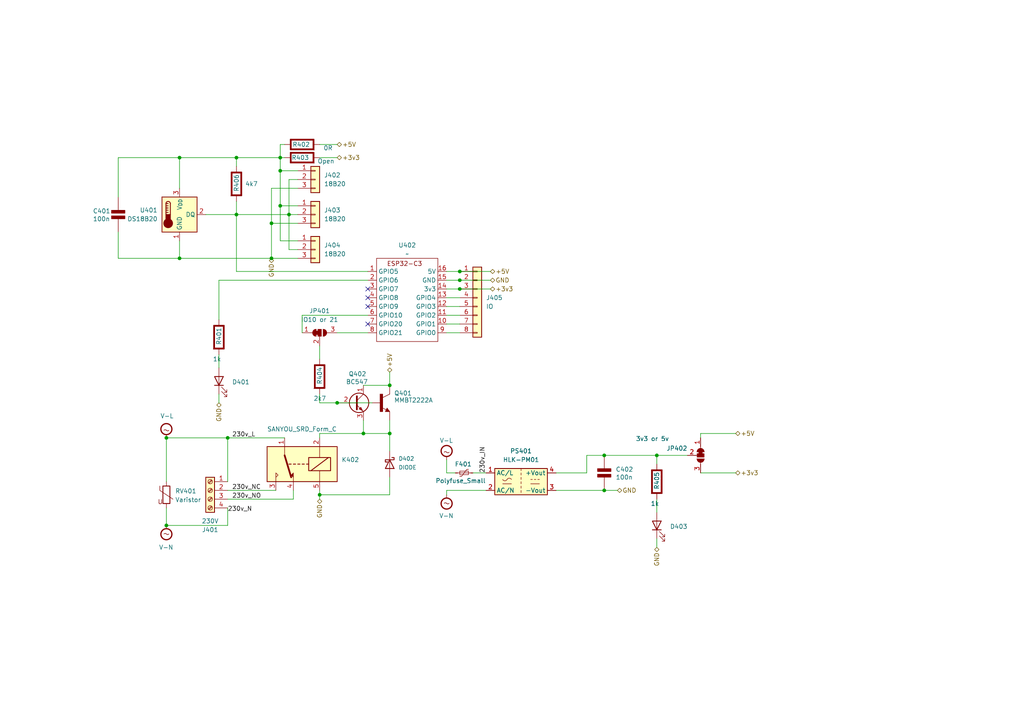
<source format=kicad_sch>
(kicad_sch (version 20231120) (generator "eeschema") (generator_version "8.0")
  (paper "A4")
  (lib_symbols
    (symbol "Connector:Screw_Terminal_01x04" (pin_names (offset 1.016) hide)
      (property "Reference" "J" (at 0 5.08 0))
      (property "Value" "Screw_Terminal_01x04" (at 0 -7.62 0))
      (symbol "Screw_Terminal_01x04_1_1"
        (rectangle (start -1.27 3.81) (end 1.27 -6.35) (stroke (width 0.254)) (fill (type background)))
        (circle (center 0 -5.08) (radius 0.635) (stroke (width 0.1524)))
        (circle (center 0 -2.54) (radius 0.635) (stroke (width 0.1524)))
        (polyline (pts (xy -0.5334 -4.7498) (xy 0.3302 -5.588)) (stroke (width 0.1524)))
        (polyline (pts (xy -0.5334 -2.2098) (xy 0.3302 -3.048)) (stroke (width 0.1524)))
        (polyline (pts (xy -0.5334 0.3302) (xy 0.3302 -0.508)) (stroke (width 0.1524)))
        (polyline (pts (xy -0.5334 2.8702) (xy 0.3302 2.032)) (stroke (width 0.1524)))
        (polyline (pts (xy -0.3556 -4.572) (xy 0.508 -5.4102)) (stroke (width 0.1524)))
        (polyline (pts (xy -0.3556 -2.032) (xy 0.508 -2.8702)) (stroke (width 0.1524)))
        (polyline (pts (xy -0.3556 0.508) (xy 0.508 -0.3302)) (stroke (width 0.1524)))
        (polyline (pts (xy -0.3556 3.048) (xy 0.508 2.2098)) (stroke (width 0.1524)))
        (circle (center 0 0) (radius 0.635) (stroke (width 0.1524)))
        (circle (center 0 2.54) (radius 0.635) (stroke (width 0.1524)))
        (pin passive line (at -5.08 2.54 0) (length 3.81) (name "Pin_1") (number "1"))
        (pin passive line (at -5.08 0 0) (length 3.81) (name "Pin_2") (number "2"))
        (pin passive line (at -5.08 -2.54 0) (length 3.81) (name "Pin_3") (number "3"))
        (pin passive line (at -5.08 -5.08 0) (length 3.81) (name "Pin_4") (number "4"))
      )
    )
    (symbol "Connector_Generic:Conn_01x08" (pin_names (offset 1.016) hide)
      (property "Reference" "J" (at 0 10.16 0))
      (property "Value" "Conn_01x08" (at 0 -12.7 0))
      (symbol "Conn_01x08_1_1"
        (rectangle (start -1.27 -10.033) (end 0 -10.287) (stroke (width 0.1524)))
        (rectangle (start -1.27 -7.493) (end 0 -7.747) (stroke (width 0.1524)))
        (rectangle (start -1.27 -4.953) (end 0 -5.207) (stroke (width 0.1524)))
        (rectangle (start -1.27 -2.413) (end 0 -2.667) (stroke (width 0.1524)))
        (rectangle (start -1.27 0.127) (end 0 -0.127) (stroke (width 0.1524)))
        (rectangle (start -1.27 2.667) (end 0 2.413) (stroke (width 0.1524)))
        (rectangle (start -1.27 5.207) (end 0 4.953) (stroke (width 0.1524)))
        (rectangle (start -1.27 7.747) (end 0 7.493) (stroke (width 0.1524)))
        (rectangle (start -1.27 8.89) (end 1.27 -11.43) (stroke (width 0.254)) (fill (type background)))
        (pin passive line (at -5.08 7.62 0) (length 3.81) (name "Pin_1") (number "1"))
        (pin passive line (at -5.08 5.08 0) (length 3.81) (name "Pin_2") (number "2"))
        (pin passive line (at -5.08 2.54 0) (length 3.81) (name "Pin_3") (number "3"))
        (pin passive line (at -5.08 0 0) (length 3.81) (name "Pin_4") (number "4"))
        (pin passive line (at -5.08 -2.54 0) (length 3.81) (name "Pin_5") (number "5"))
        (pin passive line (at -5.08 -5.08 0) (length 3.81) (name "Pin_6") (number "6"))
        (pin passive line (at -5.08 -7.62 0) (length 3.81) (name "Pin_7") (number "7"))
        (pin passive line (at -5.08 -10.16 0) (length 3.81) (name "Pin_8") (number "8"))
      )
    )
    (symbol "Converter_ACDC:HLK-PM01"
      (property "Reference" "PS" (at 0 5.08 0))
      (property "Value" "HLK-PM01" (at 0 -5.08 0))
      (symbol "HLK-PM01_0_1"
        (rectangle (start -7.62 3.81) (end 7.62 -3.81) (stroke (width 0.254)) (fill (type background)))
        (arc (start -5.334 0.635) (mid -4.699 0.2495) (end -4.064 0.635))
        (arc (start -2.794 0.635) (mid -3.429 1.0072) (end -4.064 0.635))
        (polyline (pts (xy -5.334 -0.635) (xy -2.794 -0.635)))
        (polyline (pts (xy 0 -2.54) (xy 0 -3.175)))
        (polyline (pts (xy 0 -1.27) (xy 0 -1.905)))
        (polyline (pts (xy 0 0) (xy 0 -0.635)))
        (polyline (pts (xy 0 1.27) (xy 0 0.635)))
        (polyline (pts (xy 0 2.54) (xy 0 1.905)))
        (polyline (pts (xy 0 3.81) (xy 0 3.175)))
        (polyline (pts (xy 2.794 -0.635) (xy 5.334 -0.635)))
        (polyline (pts (xy 2.794 0.635) (xy 3.302 0.635)))
        (polyline (pts (xy 3.81 0.635) (xy 4.318 0.635)))
        (polyline (pts (xy 4.826 0.635) (xy 5.334 0.635)))
      )
      (symbol "HLK-PM01_1_1"
        (pin power_in line (at -10.16 2.54 0) (length 2.54) (name "AC/L") (number "1"))
        (pin power_in line (at -10.16 -2.54 0) (length 2.54) (name "AC/N") (number "2"))
        (pin power_out line (at 10.16 -2.54 180) (length 2.54) (name "-Vout") (number "3"))
        (pin power_out line (at 10.16 2.54 180) (length 2.54) (name "+Vout") (number "4"))
      )
    )
    (symbol "Device:LED" (pin_numbers hide) (pin_names (offset 1.016) hide)
      (property "Reference" "D" (at 0 2.54 0))
      (property "Value" "LED" (at 0 -2.54 0))
      (symbol "LED_0_1"
        (polyline (pts (xy -1.27 -1.27) (xy -1.27 1.27)) (stroke (width 0.254)))
        (polyline (pts (xy -1.27 0) (xy 1.27 0)))
        (polyline (pts (xy 1.27 -1.27) (xy 1.27 1.27) (xy -1.27 0) (xy 1.27 -1.27)) (stroke (width 0.254)))
        (polyline (pts (xy -3.048 -0.762) (xy -4.572 -2.286) (xy -3.81 -2.286) (xy -4.572 -2.286) (xy -4.572 -1.524)))
        (polyline (pts (xy -1.778 -0.762) (xy -3.302 -2.286) (xy -2.54 -2.286) (xy -3.302 -2.286) (xy -3.302 -1.524)))
      )
      (symbol "LED_1_1"
        (pin passive line (at -3.81 0 0) (length 2.54) (name "K") (number "1"))
        (pin passive line (at 3.81 0 180) (length 2.54) (name "A") (number "2"))
      )
    )
    (symbol "Device:Polyfuse_Small" (pin_numbers hide) (pin_names (offset 0))
      (property "Reference" "F" (at -1.905 0 90))
      (property "Value" "Polyfuse_Small" (at 1.905 0 90))
      (symbol "Polyfuse_Small_0_1"
        (rectangle (start -0.508 1.27) (end 0.508 -1.27))
        (polyline (pts (xy 0 2.54) (xy 0 -2.54)))
        (polyline (pts (xy -1.016 1.27) (xy -1.016 0.762) (xy 1.016 -0.762) (xy 1.016 -1.27)))
      )
      (symbol "Polyfuse_Small_1_1"
        (pin passive line (at 0 2.54 270) (length 0.635) (name "~") (number "1"))
        (pin passive line (at 0 -2.54 90) (length 0.635) (name "~") (number "2"))
      )
    )
    (symbol "Device:Varistor" (pin_numbers hide) (pin_names (offset 0))
      (property "Reference" "RV" (at 3.175 0 90))
      (property "Value" "Varistor" (at -3.175 0 90))
      (symbol "Varistor_0_0"
        (text "U" (at -1.778 -2.032 0) (effects (font (size 1.27 1.27))))
      )
      (symbol "Varistor_0_1"
        (rectangle (start -1.016 -2.54) (end 1.016 2.54) (stroke (width 0.254)))
        (polyline (pts (xy -1.905 2.54) (xy -1.905 1.27) (xy 1.905 -1.27)))
      )
      (symbol "Varistor_1_1"
        (pin passive line (at 0 3.81 270) (length 1.27) (name "~") (number "1"))
        (pin passive line (at 0 -3.81 90) (length 1.27) (name "~") (number "2"))
      )
    )
    (symbol "Diode:1N5817" (pin_numbers hide) (pin_names (offset 1.016) hide)
      (property "Reference" "D" (at 0 2.54 0))
      (property "Value" "1N5817" (at 0 -2.54 0))
      (symbol "1N5817_0_1"
        (polyline (pts (xy 1.27 0) (xy -1.27 0)))
        (polyline (pts (xy 1.27 1.27) (xy 1.27 -1.27) (xy -1.27 0) (xy 1.27 1.27)) (stroke (width 0.254)))
        (polyline (pts (xy -1.905 0.635) (xy -1.905 1.27) (xy -1.27 1.27) (xy -1.27 -1.27) (xy -0.635 -1.27) (xy -0.635 -0.635)) (stroke (width 0.254)))
      )
      (symbol "1N5817_1_1"
        (pin passive line (at -3.81 0 0) (length 2.54) (name "K") (number "1"))
        (pin passive line (at 3.81 0 180) (length 2.54) (name "A") (number "2"))
      )
    )
    (symbol "Jumper:SolderJumper_3_Bridged12" (pin_names (offset 0) hide) (exclude_from_sim yes) (in_bom no)
      (property "Reference" "JP" (at -2.54 -2.54 0))
      (property "Value" "SolderJumper_3_Bridged12" (at 0 2.794 0))
      (symbol "SolderJumper_3_Bridged12_0_1"
        (rectangle (start -1.016 0.508) (end -0.508 -0.508) (fill (type outline)))
        (arc (start -1.016 1.016) (mid -2.0276 0) (end -1.016 -1.016))
        (arc (start -1.016 1.016) (mid -2.0276 0) (end -1.016 -1.016) (fill (type outline)))
        (rectangle (start -0.508 1.016) (end 0.508 -1.016) (fill (type outline)))
        (polyline (pts (xy -2.54 0) (xy -2.032 0)))
        (polyline (pts (xy -1.016 1.016) (xy -1.016 -1.016)))
        (polyline (pts (xy 0 -1.27) (xy 0 -1.016)))
        (polyline (pts (xy 1.016 1.016) (xy 1.016 -1.016)))
        (polyline (pts (xy 2.54 0) (xy 2.032 0)))
        (arc (start 1.016 -1.016) (mid 2.0276 0) (end 1.016 1.016))
        (arc (start 1.016 -1.016) (mid 2.0276 0) (end 1.016 1.016) (fill (type outline)))
      )
      (symbol "SolderJumper_3_Bridged12_1_1"
        (pin passive line (at -5.08 0 0) (length 2.54) (name "A") (number "1"))
        (pin passive line (at 0 -3.81 90) (length 2.54) (name "C") (number "2"))
        (pin passive line (at 5.08 0 180) (length 2.54) (name "B") (number "3"))
      )
    )
    (symbol "MMBT2222A:MMBT2222A" (pin_numbers hide) (pin_names (offset 1.016) hide)
      (property "Reference" "Q" (at -10.1854 7.6454 0))
      (property "Value" "MMBT2222A" (at -10.1854 5.08 0))
      (symbol "MMBT2222A_0_0"
        (rectangle (start -0.254 -2.54) (end 0.508 2.54) (fill (type outline)))
        (polyline (pts (xy 1.27 -2.54) (xy 1.778 -1.524)) (stroke (width 0.1524)))
        (polyline (pts (xy 1.524 -2.413) (xy 2.286 -2.413)) (stroke (width 0.254)))
        (polyline (pts (xy 1.524 -2.286) (xy 1.905 -2.286)) (stroke (width 0.254)))
        (polyline (pts (xy 1.5494 -2.032) (xy 0.3048 -1.4224)) (stroke (width 0.1524)))
        (polyline (pts (xy 1.778 -1.778) (xy 1.524 -2.286)) (stroke (width 0.254)))
        (polyline (pts (xy 1.778 -1.524) (xy 2.54 -2.54)) (stroke (width 0.1524)))
        (polyline (pts (xy 1.905 -2.286) (xy 1.778 -2.032)) (stroke (width 0.254)))
        (polyline (pts (xy 2.286 -2.413) (xy 1.778 -1.778)) (stroke (width 0.254)))
        (polyline (pts (xy 2.54 -2.54) (xy 1.27 -2.54)) (stroke (width 0.1524)))
        (polyline (pts (xy 2.54 2.54) (xy 0.508 1.524)) (stroke (width 0.1524)))
        (pin passive line (at -2.54 0 0) (length 2.54) (name "B") (number "1"))
        (pin passive line (at 2.54 -5.08 90) (length 2.54) (name "E") (number "2"))
        (pin passive line (at 2.54 5.08 270) (length 2.54) (name "C") (number "3"))
      )
    )
    (symbol "PCM_4ms_Connector:Conn_01x03" (pin_names (offset 1.016) hide)
      (property "Reference" "J" (at 0 5.08 0))
      (property "Value" "Conn_01x03" (at 0 -5.08 0))
      (symbol "Conn_01x03_1_1"
        (rectangle (start -1.27 -2.413) (end 0 -2.667) (stroke (width 0.1524)))
        (rectangle (start -1.27 0.127) (end 0 -0.127) (stroke (width 0.1524)))
        (rectangle (start -1.27 2.667) (end 0 2.413) (stroke (width 0.1524)))
        (rectangle (start -1.27 3.81) (end 1.27 -3.81) (stroke (width 0.254)) (fill (type background)))
        (pin passive line (at -5.08 2.54 0) (length 3.81) (name "Pin_1") (number "1"))
        (pin passive line (at -5.08 0 0) (length 3.81) (name "Pin_2") (number "2"))
        (pin passive line (at -5.08 -2.54 0) (length 3.81) (name "Pin_3") (number "3"))
      )
    )
    (symbol "PCM_Elektuur:C" (pin_numbers hide) (pin_names (offset 0) hide)
      (property "Reference" "C" (at 0.635 3.175 0))
      (property "Value" "C" (at 0.635 -3.175 0))
      (symbol "C_1_1"
        (rectangle (start -1.905 -0.4318) (end 1.905 -1.1938) (stroke (width 0.254)) (fill (type outline)))
        (rectangle (start -1.905 1.1938) (end 1.905 0.4318) (stroke (width 0.254)) (fill (type outline)))
        (pin passive line (at 0 5.08 270) (length 3.8862) (name "+") (number "1"))
        (pin passive line (at 0 -5.08 90) (length 3.8862) (name "-") (number "2"))
      )
      (symbol "C_1_2"
        (polyline (pts (xy -1.905 -1.4986) (xy 1.905 -1.4986) (xy 1.905 -0.4318) (xy -1.905 -0.4318) (xy -1.905 -1.4986) (xy -1.8034 -1.397) (xy -1.8034 -0.5334) (xy 1.8034 -0.5334) (xy 1.8034 -1.397) (xy -1.8034 -1.397) (xy -1.905 -1.4986)) (stroke (width 0.254)) (fill (type outline)))
        (polyline (pts (xy -1.905 0.4318) (xy 1.905 0.4318) (xy 1.905 1.4986) (xy -1.905 1.4986) (xy -1.905 0.4318) (xy -1.8034 0.5334) (xy -1.8034 1.397) (xy 1.8034 1.397) (xy 1.8034 0.5334) (xy -1.8034 0.5334) (xy -1.905 0.4318)) (stroke (width 0.254)) (fill (type outline)))
        (pin passive line (at 0 5.08 270) (length 3.5814) (name "+") (number "1"))
        (pin passive line (at 0 -5.08 90) (length 3.5814) (name "-") (number "2"))
      )
    )
    (symbol "PCM_Elektuur:R" (pin_numbers hide) (pin_names (offset 0) hide)
      (property "Reference" "R" (at 2.54 3.175 0))
      (property "Value" "R" (at 0 0 90))
      (symbol "R_1_1"
        (polyline (pts (xy -1.524 -3.429) (xy 1.524 -3.429) (xy 1.524 3.429) (xy -1.524 3.429) (xy -1.524 -3.429) (xy -1.27 -3.175) (xy -1.27 3.175) (xy 1.27 3.175) (xy 1.27 -3.175) (xy -1.27 -3.175) (xy -1.524 -3.429)) (stroke (width 0.254)) (fill (type outline)))
        (pin passive line (at 0 5.08 270) (length 1.651) (name "+") (number "1"))
        (pin passive line (at 0 -5.08 90) (length 1.651) (name "-") (number "2"))
      )
      (symbol "R_1_2"
        (polyline (pts (xy -0.508 -3.429) (xy 1.524 -3.429) (xy 1.524 3.429) (xy -0.508 3.429) (xy -0.508 3.175) (xy 1.27 3.175) (xy 1.27 -3.175) (xy -0.508 -3.175) (xy -0.508 -3.429)) (stroke (width 0.254)) (fill (type outline)))
        (pin passive line (at 0 5.08 270) (length 1.651) (name "+") (number "1"))
        (pin passive line (at 0 -5.08 90) (length 1.651) (name "-") (number "2"))
      )
      (symbol "R_1_3"
        (polyline (pts (xy 0 3.4798) (xy 0 3.2004) (xy 0.7112 2.794) (xy -1.1938 1.6764) (xy 0.7112 0.5588) (xy -1.1938 -0.5588) (xy 0.7112 -1.6764) (xy -1.1938 -2.794) (xy 0 -3.4798) (xy 0 -3.2004) (xy -0.7112 -2.794) (xy 1.1938 -1.6764) (xy -0.7112 -0.5588) (xy 1.1938 0.5588) (xy -0.7112 1.6764) (xy 1.1938 2.794) (xy 0 3.4798)) (stroke (width 0.254)) (fill (type outline)))
        (pin passive line (at 0 5.08 270) (length 1.6002) (name "+") (number "1"))
        (pin passive line (at 0 -5.08 90) (length 1.6002) (name "-") (number "2"))
      )
      (symbol "R_1_4"
        (polyline (pts (xy 0 4.5466) (xy 0 4.2672) (xy 0.0508 4.2418) (xy 1.016 3.683) (xy -1.524 2.2098) (xy 1.016 0.7366) (xy -1.524 -0.7366) (xy 1.016 -2.2098) (xy -1.524 -3.683) (xy -0.0762 -4.5212) (xy 0 -4.5466) (xy 0 -4.2672) (xy -0.0508 -4.2418) (xy -1.016 -3.683) (xy 1.524 -2.2098) (xy -1.016 -0.7366) (xy 1.524 0.7366) (xy -1.016 2.2098) (xy 1.524 3.683) (xy 0.0762 4.5212) (xy 0 4.5466)) (stroke (width 0.254)) (fill (type outline)))
        (pin passive line (at 0 5.08 270) (length 0.5334) (name "+") (number "1"))
        (pin passive line (at 0 -5.08 90) (length 0.5334) (name "-") (number "2"))
      )
    )
    (symbol "PCM_Elektuur:V-L" (power) (pin_numbers hide) (pin_names (offset 1.27) hide)
      (symbol "V-L_1_0"
        (pin power_in line (at 0 0 0) (length 0) hide (name "L") (number "0"))
      )
      (symbol "V-L_1_1"
        (circle (center 0 -2.54) (radius 1.6002) (stroke (width 0.3556)))
        (polyline (pts (xy 0 -0.889) (xy 0 0)))
        (text "∼" (at 0 -2.3368 0) (effects (font (size 1.8542 1.8542))))
      )
      (symbol "V-L_1_2"
        (circle (center -2.54 0) (radius 1.6002) (stroke (width 0.3556)))
        (polyline (pts (xy -0.889 0) (xy 0 0)))
        (text "∼" (at -2.54 0.2032 0) (effects (font (size 1.8542 1.8542))))
      )
    )
    (symbol "PCM_Elektuur:V-N" (power) (pin_numbers hide) (pin_names (offset 1.27) hide)
      (symbol "V-N_1_0"
        (pin power_in line (at 0 0 0) (length 0) hide (name "N") (number "0"))
      )
      (symbol "V-N_1_1"
        (circle (center 0 -2.54) (radius 1.6002) (stroke (width 0.3556)))
        (polyline (pts (xy 0 -0.889) (xy 0 0)))
        (text "∼" (at 0 -2.3368 0) (effects (font (size 1.8542 1.8542))))
      )
      (symbol "V-N_1_2"
        (circle (center -2.54 0) (radius 1.6002) (stroke (width 0.3556)))
        (polyline (pts (xy -0.889 0) (xy 0 0)))
        (text "∼" (at -2.54 0.2032 0) (effects (font (size 1.8542 1.8542))))
      )
    )
    (symbol "Relay:SANYOU_SRD_Form_C"
      (property "Reference" "K" (at 11.43 3.81 0))
      (property "Value" "SANYOU_SRD_Form_C" (at 11.43 1.27 0))
      (symbol "SANYOU_SRD_Form_C_0_0"
        (polyline (pts (xy 7.62 5.08) (xy 7.62 2.54) (xy 6.985 3.175) (xy 7.62 3.81)))
      )
      (symbol "SANYOU_SRD_Form_C_0_1"
        (rectangle (start -10.16 5.08) (end 10.16 -5.08) (stroke (width 0.254)) (fill (type background)))
        (rectangle (start -8.255 1.905) (end -1.905 -1.905) (stroke (width 0.254)))
        (polyline (pts (xy -7.62 -1.905) (xy -2.54 1.905)) (stroke (width 0.254)))
        (polyline (pts (xy -5.08 -5.08) (xy -5.08 -1.905)))
        (polyline (pts (xy -5.08 5.08) (xy -5.08 1.905)))
        (polyline (pts (xy -1.905 0) (xy -1.27 0)) (stroke (width 0.254)))
        (polyline (pts (xy -0.635 0) (xy 0 0)) (stroke (width 0.254)))
        (polyline (pts (xy 0.635 0) (xy 1.27 0)) (stroke (width 0.254)))
        (polyline (pts (xy 1.905 0) (xy 2.54 0)) (stroke (width 0.254)))
        (polyline (pts (xy 3.175 0) (xy 3.81 0)) (stroke (width 0.254)))
        (polyline (pts (xy 5.08 -2.54) (xy 3.175 3.81)) (stroke (width 0.508)))
        (polyline (pts (xy 5.08 -2.54) (xy 5.08 -5.08)))
      )
      (symbol "SANYOU_SRD_Form_C_1_1"
        (polyline (pts (xy 2.54 3.81) (xy 3.175 3.175) (xy 2.54 2.54) (xy 2.54 5.08)) (fill (type outline)))
        (pin passive line (at 5.08 -7.62 90) (length 2.54) (name "~") (number "1"))
        (pin passive line (at -5.08 -7.62 90) (length 2.54) (name "~") (number "2"))
        (pin passive line (at 7.62 7.62 270) (length 2.54) (name "~") (number "3"))
        (pin passive line (at 2.54 7.62 270) (length 2.54) (name "~") (number "4"))
        (pin passive line (at -5.08 7.62 270) (length 2.54) (name "~") (number "5"))
      )
    )
    (symbol "Sensor_Temperature:DS18B20"
      (property "Reference" "U" (at -3.81 6.35 0))
      (property "Value" "DS18B20" (at 6.35 6.35 0))
      (symbol "DS18B20_0_1"
        (rectangle (start -5.08 5.08) (end 5.08 -5.08) (stroke (width 0.254)) (fill (type background)))
        (circle (center -3.302 -2.54) (radius 1.27) (stroke (width 0.254)) (fill (type outline)))
        (rectangle (start -2.667 -1.905) (end -3.937 0) (stroke (width 0.254)) (fill (type outline)))
        (arc (start -2.667 3.175) (mid -3.302 3.8073) (end -3.937 3.175) (stroke (width 0.254)))
        (polyline (pts (xy -3.937 0.635) (xy -3.302 0.635)) (stroke (width 0.254)))
        (polyline (pts (xy -3.937 1.27) (xy -3.302 1.27)) (stroke (width 0.254)))
        (polyline (pts (xy -3.937 1.905) (xy -3.302 1.905)) (stroke (width 0.254)))
        (polyline (pts (xy -3.937 2.54) (xy -3.302 2.54)) (stroke (width 0.254)))
        (polyline (pts (xy -3.937 3.175) (xy -3.937 0)) (stroke (width 0.254)))
        (polyline (pts (xy -3.937 3.175) (xy -3.302 3.175)) (stroke (width 0.254)))
        (polyline (pts (xy -2.667 3.175) (xy -2.667 0)) (stroke (width 0.254)))
      )
      (symbol "DS18B20_1_1"
        (pin power_in line (at 0 -7.62 90) (length 2.54) (name "GND") (number "1"))
        (pin bidirectional line (at 7.62 0 180) (length 2.54) (name "DQ") (number "2"))
        (pin power_in line (at 0 7.62 270) (length 2.54) (name "V_{DD}") (number "3"))
      )
    )
    (symbol "Transistor_BJT:BC547" (pin_names (offset 0) hide)
      (property "Reference" "Q" (at 5.08 1.905 0))
      (property "Value" "BC547" (at 5.08 0 0))
      (symbol "BC547_0_1"
        (polyline (pts (xy 0 0) (xy 0.635 0)))
        (polyline (pts (xy 0.635 0.635) (xy 2.54 2.54)))
        (polyline (pts (xy 0.635 -0.635) (xy 2.54 -2.54) (xy 2.54 -2.54)))
        (polyline (pts (xy 0.635 1.905) (xy 0.635 -1.905) (xy 0.635 -1.905)) (stroke (width 0.508)))
        (polyline (pts (xy 1.27 -1.778) (xy 1.778 -1.27) (xy 2.286 -2.286) (xy 1.27 -1.778) (xy 1.27 -1.778)) (fill (type outline)))
        (circle (center 1.27 0) (radius 2.8194) (stroke (width 0.254)))
      )
      (symbol "BC547_1_1"
        (pin passive line (at 2.54 5.08 270) (length 2.54) (name "C") (number "1"))
        (pin input line (at -5.08 0 0) (length 5.08) (name "B") (number "2"))
        (pin passive line (at 2.54 -5.08 90) (length 2.54) (name "E") (number "3"))
      )
    )
    (symbol "wemos_mini:ESP32-C3_SuperMini"
      (property "Reference" "U" (at 0 2.286 0))
      (symbol "ESP32-C3_SuperMini_0_1"
        (rectangle (start -8.89 1.27) (end 8.89 -22.86))
      )
      (symbol "ESP32-C3_SuperMini_1_1"
        (text "ESP32-C3" (at -0.762 -0.254 0) (effects (font (size 1.27 1.27))))
        (pin bidirectional line (at -11.43 -2.54 0) (length 2.54) (name "GPIO5") (number "1"))
        (pin bidirectional line (at 11.43 -17.78 180) (length 2.54) (name "GPIO1") (number "10"))
        (pin bidirectional line (at 11.43 -15.24 180) (length 2.54) (name "GPIO2") (number "11"))
        (pin bidirectional line (at 11.43 -12.7 180) (length 2.54) (name "GPIO3") (number "12"))
        (pin power_out line (at 11.43 -10.16 180) (length 2.54) (name "GPIO4") (number "13"))
        (pin power_out line (at 11.43 -7.62 180) (length 2.54) (name "3v3") (number "14"))
        (pin power_in line (at 11.43 -5.08 180) (length 2.54) (name "GND") (number "15"))
        (pin power_in line (at 11.43 -2.54 180) (length 2.54) (name "5V") (number "16"))
        (pin bidirectional line (at -11.43 -5.08 0) (length 2.54) (name "GPIO6") (number "2"))
        (pin bidirectional line (at -11.43 -7.62 0) (length 2.54) (name "GPIO7") (number "3"))
        (pin bidirectional line (at -11.43 -10.16 0) (length 2.54) (name "GPIO8") (number "4"))
        (pin bidirectional line (at -11.43 -12.7 0) (length 2.54) (name "GPIO9") (number "5"))
        (pin bidirectional line (at -11.43 -15.24 0) (length 2.54) (name "GPIO10") (number "6"))
        (pin bidirectional line (at -11.43 -17.78 0) (length 2.54) (name "GPIO20") (number "7"))
        (pin bidirectional line (at -11.43 -20.32 0) (length 2.54) (name "GPIO21") (number "8"))
        (pin bidirectional line (at 11.43 -20.32 180) (length 2.54) (name "GPIO0") (number "9"))
      )
    )
  )
  (junction (at 48.26 152.4))
  (junction (at 78.74 74.93))
  (junction (at 175.26 132.08))
  (junction (at 92.71 143.51))
  (junction (at 113.03 111.76))
  (junction (at 68.58 62.23))
  (junction (at 133.35 83.82))
  (junction (at 81.28 49.53))
  (junction (at 78.74 64.77))
  (junction (at 105.41 125.73))
  (junction (at 190.5 132.08))
  (junction (at 81.28 59.69))
  (junction (at 68.58 45.72))
  (junction (at 48.26 127))
  (junction (at 175.26 142.24))
  (junction (at 83.82 62.23))
  (junction (at 133.35 78.74))
  (junction (at 52.07 45.72))
  (junction (at 113.03 125.73))
  (junction (at 66.04 127))
  (junction (at 52.07 74.93))
  (junction (at 133.35 81.28))
  (junction (at 81.28 45.72))
  (junction (at 97.79 116.84))
  (no_connect (at 106.68 93.98))
  (no_connect (at 106.68 88.9))
  (no_connect (at 106.68 83.82))
  (no_connect (at 106.68 86.36))
  (wire (pts (xy 78.74 64.77) (xy 78.74 54.61)))
  (wire (pts (xy 78.74 74.93) (xy 78.74 64.77)))
  (wire (pts (xy 66.04 144.78) (xy 85.09 144.78)))
  (wire (pts (xy 129.54 143.51) (xy 129.54 142.24)))
  (wire (pts (xy 129.54 91.44) (xy 133.35 91.44)))
  (wire (pts (xy 92.71 116.84) (xy 92.71 114.3)))
  (wire (pts (xy 83.82 62.23) (xy 83.82 52.07)))
  (wire (pts (xy 63.5 81.28) (xy 106.68 81.28)))
  (wire (pts (xy 66.04 127) (xy 66.04 139.7)))
  (wire (pts (xy 92.71 100.33) (xy 92.71 104.14)))
  (wire (pts (xy 129.54 137.16) (xy 132.08 137.16)))
  (wire (pts (xy 129.54 137.16) (xy 129.54 133.35)))
  (wire (pts (xy 87.63 96.52) (xy 87.63 91.44)))
  (wire (pts (xy 92.71 142.24) (xy 92.71 143.51)))
  (wire (pts (xy 92.71 125.73) (xy 92.71 127)))
  (wire (pts (xy 68.58 58.42) (xy 68.58 62.23)))
  (wire (pts (xy 34.29 74.93) (xy 52.07 74.93)))
  (wire (pts (xy 52.07 45.72) (xy 68.58 45.72)))
  (wire (pts (xy 81.28 69.85) (xy 81.28 59.69)))
  (wire (pts (xy 129.54 86.36) (xy 133.35 86.36)))
  (wire (pts (xy 129.54 142.24) (xy 140.97 142.24)))
  (wire (pts (xy 92.71 45.72) (xy 97.79 45.72)))
  (wire (pts (xy 105.41 121.92) (xy 105.41 125.73)))
  (wire (pts (xy 129.54 96.52) (xy 133.35 96.52)))
  (wire (pts (xy 87.63 91.44) (xy 106.68 91.44)))
  (wire (pts (xy 113.03 121.92) (xy 113.03 125.73)))
  (wire (pts (xy 113.03 107.95) (xy 113.03 111.76)))
  (wire (pts (xy 175.26 132.08) (xy 170.18 132.08)))
  (wire (pts (xy 199.39 132.08) (xy 190.5 132.08)))
  (wire (pts (xy 86.36 72.39) (xy 83.82 72.39)))
  (wire (pts (xy 137.16 137.16) (xy 140.97 137.16)))
  (wire (pts (xy 78.74 54.61) (xy 86.36 54.61)))
  (wire (pts (xy 34.29 67.31) (xy 34.29 74.93)))
  (wire (pts (xy 113.03 143.51) (xy 92.71 143.51)))
  (wire (pts (xy 170.18 132.08) (xy 170.18 137.16)))
  (wire (pts (xy 129.54 93.98) (xy 133.35 93.98)))
  (wire (pts (xy 92.71 143.51) (xy 92.71 144.78)))
  (wire (pts (xy 113.03 138.43) (xy 113.03 143.51)))
  (wire (pts (xy 34.29 57.15) (xy 34.29 45.72)))
  (wire (pts (xy 81.28 59.69) (xy 81.28 49.53)))
  (wire (pts (xy 133.35 83.82) (xy 142.24 83.82)))
  (wire (pts (xy 161.29 142.24) (xy 175.26 142.24)))
  (wire (pts (xy 190.5 132.08) (xy 190.5 134.62)))
  (wire (pts (xy 48.26 127) (xy 66.04 127)))
  (wire (pts (xy 129.54 83.82) (xy 133.35 83.82)))
  (wire (pts (xy 63.5 102.87) (xy 63.5 106.68)))
  (wire (pts (xy 68.58 78.74) (xy 106.68 78.74)))
  (wire (pts (xy 82.55 41.91) (xy 81.28 41.91)))
  (wire (pts (xy 86.36 52.07) (xy 83.82 52.07)))
  (wire (pts (xy 170.18 137.16) (xy 161.29 137.16)))
  (wire (pts (xy 97.79 116.84) (xy 92.71 116.84)))
  (wire (pts (xy 83.82 72.39) (xy 83.82 62.23)))
  (wire (pts (xy 133.35 78.74) (xy 142.24 78.74)))
  (wire (pts (xy 213.36 137.16) (xy 203.2 137.16)))
  (wire (pts (xy 107.95 116.84) (xy 97.79 116.84)))
  (wire (pts (xy 97.79 41.91) (xy 92.71 41.91)))
  (wire (pts (xy 129.54 78.74) (xy 133.35 78.74)))
  (wire (pts (xy 66.04 142.24) (xy 80.01 142.24)))
  (wire (pts (xy 63.5 114.3) (xy 63.5 116.84)))
  (wire (pts (xy 68.58 62.23) (xy 83.82 62.23)))
  (wire (pts (xy 81.28 41.91) (xy 81.28 45.72)))
  (wire (pts (xy 86.36 69.85) (xy 81.28 69.85)))
  (wire (pts (xy 66.04 127) (xy 82.55 127)))
  (wire (pts (xy 83.82 62.23) (xy 86.36 62.23)))
  (wire (pts (xy 86.36 64.77) (xy 78.74 64.77)))
  (wire (pts (xy 97.79 96.52) (xy 106.68 96.52)))
  (wire (pts (xy 68.58 45.72) (xy 81.28 45.72)))
  (wire (pts (xy 175.26 142.24) (xy 179.07 142.24)))
  (wire (pts (xy 133.35 81.28) (xy 142.24 81.28)))
  (wire (pts (xy 52.07 45.72) (xy 52.07 54.61)))
  (wire (pts (xy 48.26 147.32) (xy 48.26 152.4)))
  (wire (pts (xy 105.41 125.73) (xy 113.03 125.73)))
  (wire (pts (xy 59.69 62.23) (xy 68.58 62.23)))
  (wire (pts (xy 105.41 111.76) (xy 113.03 111.76)))
  (wire (pts (xy 34.29 45.72) (xy 52.07 45.72)))
  (wire (pts (xy 113.03 130.81) (xy 113.03 125.73)))
  (wire (pts (xy 190.5 144.78) (xy 190.5 148.59)))
  (wire (pts (xy 81.28 49.53) (xy 86.36 49.53)))
  (wire (pts (xy 213.36 125.73) (xy 203.2 125.73)))
  (wire (pts (xy 78.74 74.93) (xy 86.36 74.93)))
  (wire (pts (xy 68.58 45.72) (xy 68.58 48.26)))
  (wire (pts (xy 52.07 74.93) (xy 78.74 74.93)))
  (wire (pts (xy 203.2 125.73) (xy 203.2 127)))
  (wire (pts (xy 48.26 152.4) (xy 66.04 152.4)))
  (wire (pts (xy 86.36 59.69) (xy 81.28 59.69)))
  (wire (pts (xy 129.54 81.28) (xy 133.35 81.28)))
  (wire (pts (xy 63.5 92.71) (xy 63.5 81.28)))
  (wire (pts (xy 66.04 152.4) (xy 66.04 147.32)))
  (wire (pts (xy 85.09 144.78) (xy 85.09 142.24)))
  (wire (pts (xy 129.54 88.9) (xy 133.35 88.9)))
  (wire (pts (xy 92.71 125.73) (xy 105.41 125.73)))
  (wire (pts (xy 68.58 78.74) (xy 68.58 62.23)))
  (wire (pts (xy 190.5 156.21) (xy 190.5 158.75)))
  (wire (pts (xy 190.5 132.08) (xy 175.26 132.08)))
  (wire (pts (xy 48.26 139.7) (xy 48.26 127)))
  (wire (pts (xy 52.07 69.85) (xy 52.07 74.93)))
  (wire (pts (xy 81.28 45.72) (xy 81.28 49.53)))
  (wire (pts (xy 81.28 45.72) (xy 82.55 45.72)))
  (label "230v_N" (at 66.04 148.59 0))
  (label "230v_L" (at 67.31 127 0))
  (label "230v_NO" (at 67.31 144.78 0))
  (label "230v_IN" (at 140.97 137.16 90))
  (label "230v_NC" (at 67.31 142.24 0))
  (hierarchical_label "GND" (shape bidirectional) (at 63.5 116.84 270))
  (hierarchical_label "+3v3" (shape bidirectional) (at 142.24 83.82 0))
  (hierarchical_label "GND" (shape bidirectional) (at 179.07 142.24 0))
  (hierarchical_label "GND" (shape bidirectional) (at 92.71 144.78 270))
  (hierarchical_label "GND" (shape bidirectional) (at 190.5 158.75 270))
  (hierarchical_label "GND" (shape bidirectional) (at 78.74 74.93 270))
  (hierarchical_label "+5V" (shape bidirectional) (at 97.79 41.91 0))
  (hierarchical_label "+3v3" (shape bidirectional) (at 213.36 137.16 0))
  (hierarchical_label "+3v3" (shape bidirectional) (at 97.79 45.72 0))
  (hierarchical_label "GND" (shape bidirectional) (at 142.24 81.28 0))
  (hierarchical_label "+5V" (shape bidirectional) (at 142.24 78.74 0))
  (hierarchical_label "+5V" (shape bidirectional) (at 113.03 107.95 90))
  (hierarchical_label "+5V" (shape bidirectional) (at 213.36 125.73 0))
  (symbol (lib_id "PCM_Elektuur:C") (at 175.26 137.16 0) (unit 1)
    (property "Reference" "C402" (at 178.562 136.144 0) (effects (justify left)))
    (property "Value" "100n" (at 178.562 138.43 0) (effects (justify left)))
    (property "Footprint" "Capacitor_SMD:C_0805_2012Metric" (effects (hide yes)))
    (property "Description" "capacitor, non-polarized/bipolar" (effects (hide yes)))
    (property "Indicator" "+" (effects (hide yes)))
    (property "Rating" "V" (effects (hide yes)))
  )
  (symbol (lib_id "Sensor_Temperature:DS18B20") (at 52.07 62.23 0) (unit 1)
    (property "Reference" "U401" (at 45.72 60.9599 0) (effects (justify right)))
    (property "Value" "DS18B20" (at 45.72 63.4999 0) (effects (justify right)))
    (property "Footprint" "Package_TO_SOT_THT:TO-92_Inline" (effects (hide yes)))
    (property "Datasheet" "http://datasheets.maximintegrated.com/en/ds/DS18B20.pdf" (effects (hide yes)))
    (property "Description" "Programmable Resolution 1-Wire Digital Thermometer TO-92" (effects (hide yes)))
  )
  (symbol (lib_id "PCM_Elektuur:V-N") (at 129.54 143.51 0) (unit 1)
    (property "Reference" "#PWR0404" (effects (hide yes)))
    (property "Value" "V-N" (at 131.572 149.606 0) (effects (justify right)))
    (property "Description" "neutral potential/voltage (global AC power neutral node/conductor N)" (effects (hide yes)))
  )
  (symbol (lib_id "PCM_Elektuur:R") (at 190.5 139.7 0) (unit 1)
    (property "Reference" "R405" (at 190.5 141.986 90) (effects (justify left)))
    (property "Value" "1k" (at 188.722 146.05 0) (effects (justify left)))
    (property "Footprint" "Resistor_SMD:R_0805_2012Metric" (effects (hide yes)))
    (property "Description" "resistor" (effects (hide yes)))
    (property "Indicator" "+" (effects (hide yes)))
    (property "Rating" "W" (effects (hide yes)))
  )
  (symbol (lib_id "PCM_4ms_Connector:Conn_01x03") (at 91.44 52.07 0) (unit 1)
    (property "Reference" "J402" (at 93.98 50.7999 0) (effects (justify left)))
    (property "Value" "18B20" (at 93.98 53.3399 0) (effects (justify left)))
    (property "Footprint" "PCM_4ms_Connector:Pins_1x03_2.54mm_TH" (effects (hide yes)))
    (property "Description" "HEADER 1x3 MALE PINS 0.100” 180deg" (effects (hide yes)))
    (property "Specifications" "HEADER 1x3 MALE PINS 0.100” 180deg" (effects (hide yes)))
    (property "Manufacturer" "TAD" (effects (hide yes)))
    (property "Part Number" "1-0301FBV0T" (effects (hide yes)))
  )
  (symbol (lib_id "PCM_4ms_Connector:Conn_01x03") (at 91.44 72.39 0) (unit 1)
    (property "Reference" "J404" (at 93.98 71.1199 0) (effects (justify left)))
    (property "Value" "18B20" (at 93.98 73.6599 0) (effects (justify left)))
    (property "Footprint" "PCM_4ms_Connector:Pins_1x03_2.54mm_TH" (effects (hide yes)))
    (property "Description" "HEADER 1x3 MALE PINS 0.100” 180deg" (effects (hide yes)))
    (property "Specifications" "HEADER 1x3 MALE PINS 0.100” 180deg" (effects (hide yes)))
    (property "Manufacturer" "TAD" (effects (hide yes)))
    (property "Part Number" "1-0301FBV0T" (effects (hide yes)))
  )
  (symbol (lib_id "Device:LED") (at 190.5 152.4 90) (unit 1)
    (property "Reference" "D403" (at 194.31 152.7174 90) (effects (justify right)))
    (property "Value" "PWR" (effects (hide yes)))
    (property "Footprint" "LED_THT:LED_D3.0mm" (effects (hide yes)))
    (property "Description" "Light emitting diode" (effects (hide yes)))
  )
  (symbol (lib_id "Device:Varistor") (at 48.26 143.51 0) (unit 1)
    (property "Reference" "RV401" (at 50.8 142.4332 0) (effects (justify left)))
    (property "Value" "Varistor" (at 50.8 144.9732 0) (effects (justify left)))
    (property "Footprint" "Varistor:RV_Disc_D9mm_W4.8mm_P5mm" (effects (hide yes)))
    (property "Description" "Voltage dependent resistor" (effects (hide yes)))
    (property "Sim.Name" "kicad_builtin_varistor" (effects (hide yes)))
    (property "Sim.Device" "SUBCKT" (effects (hide yes)))
    (property "Sim.Pins" "1=A 2=B" (effects (hide yes)))
    (property "Sim.Params" "threshold=1k" (effects (hide yes)))
    (property "Sim.Library" "${KICAD7_SYMBOL_DIR}/Simulation_SPICE.sp" (effects (hide yes)))
  )
  (symbol (lib_id "PCM_Elektuur:C") (at 34.29 62.23 0) (unit 1)
    (property "Reference" "C401" (at 26.924 61.214 0) (effects (justify left)))
    (property "Value" "100n" (at 26.924 63.5 0) (effects (justify left)))
    (property "Footprint" "Capacitor_SMD:C_0805_2012Metric" (effects (hide yes)))
    (property "Description" "capacitor, non-polarized/bipolar" (effects (hide yes)))
    (property "Indicator" "+" (effects (hide yes)))
    (property "Rating" "V" (effects (hide yes)))
  )
  (symbol (lib_id "Diode:1N5817") (at 113.03 134.62 270) (unit 1)
    (property "Reference" "D402" (at 115.57 133.0325 90) (effects (font (size 1.143 1.143)) (justify left)))
    (property "Value" "DIODE" (at 115.57 135.5725 90) (effects (font (size 1.143 1.143)) (justify left)))
    (property "Footprint" "Diode_THT:D_DO-41_SOD81_P10.16mm_Horizontal" (effects (hide yes)))
    (property "Datasheet" "http://www.vishay.com/docs/88525/1n5817.pdf" (effects (hide yes)))
    (property "Description" "20V 1A Schottky Barrier Rectifier Diode, DO-41" (effects (hide yes)))
  )
  (symbol (lib_id "Jumper:SolderJumper_3_Bridged12") (at 203.2 132.08 270) (unit 1) (exclude_from_sim yes) (in_bom no)
    (property "Reference" "JP402" (at 196.342 130.048 90))
    (property "Value" "3v3 or 5v" (at 189.23 127.254 90))
    (property "Footprint" "Jumper:SolderJumper-3_P1.3mm_Bridged12_RoundedPad1.0x1.5mm_NumberLabels" (effects (hide yes)))
    (property "Description" "3-pole Solder Jumper, pins 1+2 closed/bridged" (effects (hide yes)))
  )
  (symbol (lib_id "PCM_Elektuur:V-N") (at 48.26 152.4 0) (unit 1)
    (property "Reference" "#PWR0402" (effects (hide yes)))
    (property "Value" "V-N" (at 50.292 158.75 0) (effects (justify right)))
    (property "Description" "neutral potential/voltage (global AC power neutral node/conductor N)" (effects (hide yes)))
  )
  (symbol (lib_id "Relay:SANYOU_SRD_Form_C") (at 87.63 134.62 180) (unit 1)
    (property "Reference" "K402" (at 99.06 133.3499 0) (effects (justify right)))
    (property "Value" "SANYOU_SRD_Form_C" (at 77.47 124.46 0) (effects (justify right)))
    (property "Footprint" "Relay_THT:Relay_SPDT_SANYOU_SRD_Series_Form_C" (effects (hide yes)))
    (property "Datasheet" "http://www.sanyourelay.ca/public/products/pdf/SRD.pdf" (effects (hide yes)))
    (property "Description" "Sanyo SRD relay, Single Pole Miniature Power Relay," (effects (hide yes)))
  )
  (symbol (lib_id "Transistor_BJT:BC547") (at 102.87 116.84 0) (unit 1)
    (property "Reference" "Q402" (at 101.092 108.458 0) (effects (justify left)))
    (property "Value" "BC547" (at 100.33 110.744 0) (effects (justify left)))
    (property "Footprint" "Package_TO_SOT_THT:TO-92_Inline" (effects (hide yes)))
    (property "Datasheet" "https://www.onsemi.com/pub/Collateral/BC550-D.pdf" (effects (hide yes)))
    (property "Description" "0.1A Ic, 45V Vce, Small Signal NPN Transistor, TO-92" (effects (hide yes)))
  )
  (symbol (lib_id "PCM_Elektuur:R") (at 87.63 41.91 90) (unit 1)
    (property "Reference" "R402" (at 89.916 41.91 90) (effects (justify left)))
    (property "Value" "0R" (at 96.52 42.926 90) (effects (justify left)))
    (property "Footprint" "Resistor_SMD:R_0805_2012Metric" (effects (hide yes)))
    (property "Description" "resistor" (effects (hide yes)))
    (property "Indicator" "+" (effects (hide yes)))
    (property "Rating" "W" (effects (hide yes)))
  )
  (symbol (lib_id "Converter_ACDC:HLK-PM01") (at 151.13 139.7 0) (unit 1)
    (property "Reference" "PS401" (at 151.13 130.81 0))
    (property "Value" "HLK-PM01" (at 151.13 133.35 0))
    (property "Footprint" "Converter_ACDC:Converter_ACDC_Hi-Link_HLK-PMxx" (effects (hide yes)))
    (property "Datasheet" "https://h.hlktech.com/download/ACDC%E7%94%B5%E6%BA%90%E6%A8%A1%E5%9D%973W%E7%B3%BB%E5%88%97/1/%E6%B5%B7%E5%87%8C%E7%A7%913W%E7%B3%BB%E5%88%97%E7%94%B5%E6%BA%90%E6%A8%A1%E5%9D%97%E8%A7%84%E6%A0%BC%E4%B9%A6V2.8.pdf" (effects (hide yes)))
    (property "Description" "Compact AC/DC board mount power module 3W 5V" (effects (hide yes)))
  )
  (symbol (lib_id "Jumper:SolderJumper_3_Bridged12") (at 92.71 96.52 0) (unit 1) (exclude_from_sim yes) (in_bom no)
    (property "Reference" "JP401" (at 92.71 90.17 0))
    (property "Value" "IO10 or 21" (at 92.71 92.71 0))
    (property "Footprint" "Jumper:SolderJumper-3_P1.3mm_Bridged12_RoundedPad1.0x1.5mm_NumberLabels" (effects (hide yes)))
    (property "Description" "3-pole Solder Jumper, pins 1+2 closed/bridged" (effects (hide yes)))
  )
  (symbol (lib_id "PCM_Elektuur:V-L") (at 129.54 133.35 180) (unit 1)
    (property "Reference" "#PWR0403" (effects (hide yes)))
    (property "Value" "V-L" (at 127.508 127.762 0) (effects (justify right)))
    (property "Description" "line potential/voltage (global AC power line node/conductor L)" (effects (hide yes)))
  )
  (symbol (lib_id "PCM_Elektuur:V-L") (at 48.26 127 180) (unit 1)
    (property "Reference" "#PWR0401" (effects (hide yes)))
    (property "Value" "V-L" (at 46.482 120.65 0) (effects (justify right)))
    (property "Description" "line potential/voltage (global AC power line node/conductor L)" (effects (hide yes)))
  )
  (symbol (lib_id "PCM_4ms_Connector:Conn_01x03") (at 91.44 62.23 0) (unit 1)
    (property "Reference" "J403" (at 93.98 60.9599 0) (effects (justify left)))
    (property "Value" "18B20" (at 93.98 63.4999 0) (effects (justify left)))
    (property "Footprint" "PCM_4ms_Connector:Pins_1x03_2.54mm_TH" (effects (hide yes)))
    (property "Description" "HEADER 1x3 MALE PINS 0.100” 180deg" (effects (hide yes)))
    (property "Specifications" "HEADER 1x3 MALE PINS 0.100” 180deg" (effects (hide yes)))
    (property "Manufacturer" "TAD" (effects (hide yes)))
    (property "Part Number" "1-0301FBV0T" (effects (hide yes)))
  )
  (symbol (lib_id "Connector:Screw_Terminal_01x04") (at 60.96 142.24 0) (mirror y) (unit 1)
    (property "Reference" "J401" (at 60.96 153.67 0))
    (property "Value" "230V" (at 60.96 151.13 0))
    (property "Footprint" "TerminalBlock_Phoenix:TerminalBlock_Phoenix_PT-1,5-4-5.0-H_1x04_P5.00mm_Horizontal" (effects (hide yes)))
    (property "Description" "Generic screw terminal, single row, 01x04, script generated (kicad-library-utils/schlib/autogen/connector/)" (effects (hide yes)))
  )
  (symbol (lib_id "PCM_Elektuur:R") (at 87.63 45.72 90) (unit 1)
    (property "Reference" "R403" (at 89.662 45.72 90) (effects (justify left)))
    (property "Value" "Open" (at 97.028 46.736 90) (effects (justify left)))
    (property "Footprint" "Resistor_SMD:R_0805_2012Metric" (effects (hide yes)))
    (property "Description" "resistor" (effects (hide yes)))
    (property "Indicator" "+" (effects (hide yes)))
    (property "Rating" "W" (effects (hide yes)))
  )
  (symbol (lib_id "PCM_Elektuur:R") (at 92.71 109.22 0) (unit 1)
    (property "Reference" "R404" (at 92.71 111.506 90) (effects (justify left)))
    (property "Value" "2k7" (at 90.932 115.57 0) (effects (justify left)))
    (property "Footprint" "Resistor_SMD:R_0805_2012Metric" (effects (hide yes)))
    (property "Description" "resistor" (effects (hide yes)))
    (property "Indicator" "+" (effects (hide yes)))
    (property "Rating" "W" (effects (hide yes)))
  )
  (symbol (lib_id "wemos_mini:ESP32-C3_SuperMini") (at 118.11 76.2 0) (unit 1)
    (property "Reference" "U402" (at 118.11 71.12 0))
    (property "Value" "~" (at 118.11 73.66 0))
    (property "Footprint" "AJ_2024_Library:ESP32-C3-Supermini" (effects (hide yes)))
  )
  (symbol (lib_id "Connector_Generic:Conn_01x08") (at 138.43 86.36 0) (unit 1)
    (property "Reference" "J405" (at 140.97 86.3599 0) (effects (justify left)))
    (property "Value" "IO" (at 140.97 88.8999 0) (effects (justify left)))
    (property "Footprint" "PCM_4ms_Connector:Pins_1x08_2.54mm_TH" (effects (hide yes)))
    (property "Description" "Generic connector, single row, 01x08, script generated (kicad-library-utils/schlib/autogen/connector/)" (effects (hide yes)))
  )
  (symbol (lib_id "Device:Polyfuse_Small") (at 134.62 137.16 90) (unit 1)
    (property "Reference" "F401" (at 134.366 134.62 90))
    (property "Value" "Polyfuse_Small" (at 133.604 139.446 90))
    (property "Footprint" "Fuse:Fuse_1812_4532Metric_Pad1.30x3.40mm_HandSolder" (effects (hide yes)))
    (property "Description" "Resettable fuse, polymeric positive temperature coefficient, small symbol" (effects (hide yes)))
  )
  (symbol (lib_id "Device:LED") (at 63.5 110.49 90) (unit 1)
    (property "Reference" "D401" (at 67.31 110.8074 90) (effects (justify right)))
    (property "Value" "GPIO6" (effects (hide yes)))
    (property "Footprint" "LED_THT:LED_D3.0mm" (effects (hide yes)))
    (property "Description" "Light emitting diode" (effects (hide yes)))
  )
  (symbol (lib_id "MMBT2222A:MMBT2222A") (at 110.49 116.84 0) (unit 1)
    (property "Reference" "Q401" (at 114.3 114.046 0) (effects (justify left)))
    (property "Value" "MMBT2222A" (at 114.3 116.078 0) (effects (justify left)))
    (property "Footprint" "Package_TO_SOT_THT:TO-92_HandSolder" (effects (hide yes)))
    (property "Datasheet" "Unavailable" (effects (hide yes)))
    (property "Field5" "None" (effects (hide yes)))
    (property "Field6" "ON" (effects (hide yes)))
    (property "Field8" "MMBT2222A" (effects (hide yes)))
    (property "Field9" "TO-236-3 Taitron" (effects (hide yes)))
  )
  (symbol (lib_id "PCM_Elektuur:R") (at 68.58 53.34 0) (unit 1)
    (property "Reference" "R406" (at 68.58 55.626 90) (effects (justify left)))
    (property "Value" "4k7" (at 71.12 53.34 0) (effects (justify left)))
    (property "Footprint" "Resistor_SMD:R_0805_2012Metric" (effects (hide yes)))
    (property "Description" "resistor" (effects (hide yes)))
    (property "Indicator" "+" (effects (hide yes)))
    (property "Rating" "W" (effects (hide yes)))
  )
  (symbol (lib_id "PCM_Elektuur:R") (at 63.5 97.79 0) (unit 1)
    (property "Reference" "R401" (at 63.5 100.076 90) (effects (justify left)))
    (property "Value" "1k" (at 61.722 104.14 0) (effects (justify left)))
    (property "Footprint" "Resistor_SMD:R_0805_2012Metric" (effects (hide yes)))
    (property "Description" "resistor" (effects (hide yes)))
    (property "Indicator" "+" (effects (hide yes)))
    (property "Rating" "W" (effects (hide yes)))
  )
)
</source>
